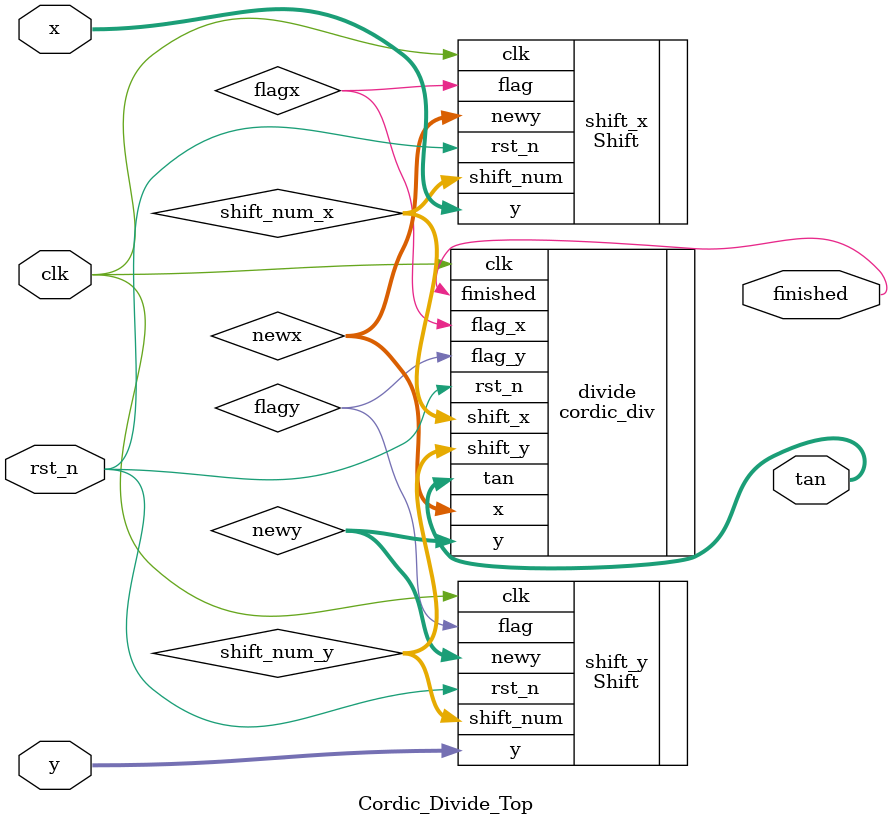
<source format=v>
`timescale 1ns / 1ps


module Cordic_Divide_Top(
input 			clk,
input 			rst_n,
input signed[63:0]	y,
input signed[63:0]	x,
output 	signed[63:0] tan,
output 	finished
    );

wire signed [31:0] shift_num_x,shift_num_y,shift_num_y17;
wire signed [63:0] newx,newy,newy_17;
wire flagx,flagy;

Shift  shift_x(
.y(x),
.clk(clk),
.rst_n(rst_n),
.shift_num(shift_num_x),
.newy(newx),
.flag(flagx)
    );
    
    
Shift  shift_y(
.y(y),
.clk(clk),
.rst_n(rst_n),
.shift_num(shift_num_y),
.newy(newy),
.flag(flagy)
    );




cordic_div divide(
.clk(clk),
.rst_n(rst_n),
.y(newy),
.x(newx),
.shift_x(shift_num_x),
.shift_y(shift_num_y),
.flag_y(flagy),
.flag_x(flagx),
.tan(tan),
.finished(finished)
);    
    
endmodule

</source>
